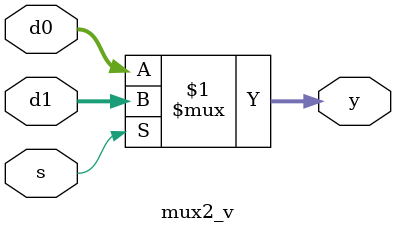
<source format=v>
module mux2_v
    (
    input [3:0] d0,
    input [3:0] d1,
    input s,
    output [3:0] y
    );
    assign y = s ? d1 : d0;
endmodule

</source>
